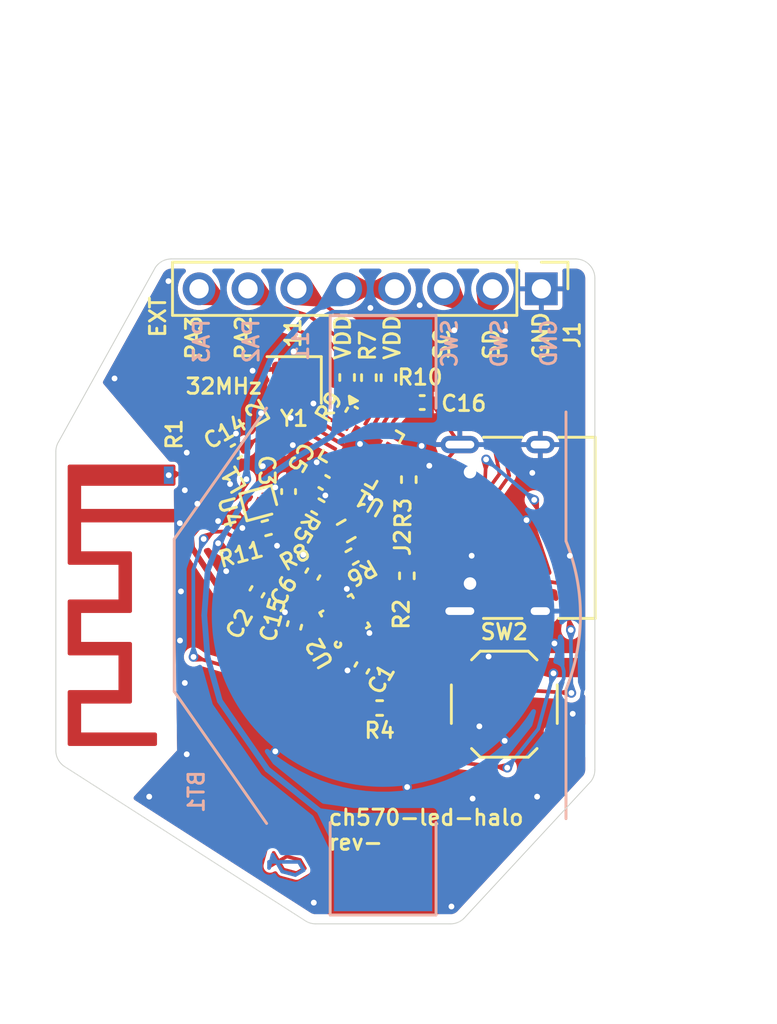
<source format=kicad_pcb>
(kicad_pcb (version 20241229) (generator "pcbnew") (generator_version "9.0")
  (layers (0 "F.Cu" signal) (2 "B.Cu" signal) (13 "F.Paste" user) (15 "B.Paste" user) (5 "F.SilkS" user "F.Silkscreen") (7 "B.SilkS" user "B.Silkscreen") (1 "F.Mask" user) (3 "B.Mask" user) (25 "Edge.Cuts" user))
  (net 0 "")
  (net 1 "+BATT")
  (net 2 "GND")
  (net 3 "+5V")
  (net 4 "VDD")
  (net 5 "Net-(U2-VDD)")
  (net 6 "VMEASURE")
  (net 7 "PA11")
  (net 8 "SWD")
  (net 9 "SWCLK")
  (net 10 "Net-(U1-ANT)")
  (net 11 "SCL")
  (net 12 "SDA")
  (net 13 "PWRINT")
  (net 14 "Net-(J1-Pin_8)")
  (net 15 "Net-(J1-Pin_7)")
  (net 16 "Net-(J1-Pin_6)")
  (net 21 "Net-(U1-XI)")
  (net 22 "Net-(U1-XO)")
  (net 23 "Net-(U2-SDA)")
  (net 24 "Net-(J2-CC1)")
  (net 25 "Net-(J2-CC2)")
  (net 28 "Net-(C14-Pad1)")
  (net 29 "PA2")
  (net 30 "PA3")
  (net 32 "Net-(J1-Pin_4)")
  (footprint "Capacitor_SMD:C_0402_1005Metric" (layer "F.Cu") (at 119.895767 81.513644 75)
    (property "Reference" "C15")
    (property "Value" "1u")
  )
  (footprint "Resistor_SMD:R_0402_1005Metric" (layer "F.Cu") (at 122.63 68.65 -90)
    (property "Reference" "R9")
    (property "Value" "10")
  )
  (footprint "Package_DFN_QFN:QFN-20-1EP_3x3mm_P0.4mm_EP1.65x1.65mm" (layer "F.Cu") (at 123.37218 72.224263 -30)
    (property "Reference" "U1")
    (property "Value" "CH572D")
  )
  (footprint "Inductor_SMD:L_0402_1005Metric" (layer "F.Cu") (at 115.367416 73.88241 -60)
    (property "Reference" "L1")
    (property "Value" "L")
  )
  (footprint "cnhardware:USB_C_MOD_Receptacle_HRO_TYPE-C-31-M-12" (layer "F.Cu") (at 131.615 76.452108 90)
    (property "Reference" "J2")
    (property "Value" "USB_C_Receptacle_USB2.0_16P")
  )
  (footprint "Inductor_SMD:L_0402_1005Metric" (layer "F.Cu") (at 118.798378 71.899767 -60)
    (property "Reference" "L2")
    (property "Value" "L")
  )
  (footprint "Button_Switch_SMD:SW_SPST_TL3342" (layer "F.Cu") (at 130.795 85.602108)
    (property "Reference" "SW2")
    (property "Value" "TS-1187A-B-A-B")
  )
  (footprint "Resistor_SMD:R_0402_1005Metric" (layer "F.Cu") (at 124.32 85.8 180)
    (property "Reference" "R4")
    (property "Value" "5.1k")
  )
  (footprint "cnhardware:xdfn-reg" (layer "F.Cu") (at 118.073211 75.166077 105)
    (property "Reference" "U4")
    (property "Value" "MG6229D4-28")
  )
  (footprint "Capacitor_SMD:C_0402_1005Metric" (layer "F.Cu") (at 117.95 79.77 -120)
    (property "Reference" "C2")
    (property "Value" "4.7u")
  )
  (footprint "Resistor_SMD:R_0402_1005Metric" (layer "F.Cu") (at 118.452622 76.458003 -165)
    (property "Reference" "R11")
    (property "Value" "0")
  )
  (footprint "Resistor_SMD:R_0402_1005Metric" (layer "F.Cu") (at 125.735 78.942108 -90)
    (property "Reference" "R2")
    (property "Value" "5.1k")
  )
  (footprint "Capacitor_SMD:C_0402_1005Metric" (layer "F.Cu") (at 119.59 74.57 90)
    (property "Reference" "C3")
    (property "Value" "4.7u")
  )
  (footprint "Capacitor_SMD:C_0402_1005Metric" (layer "F.Cu") (at 120.85 78.85 60)
    (property "Reference" "C6")
    (property "Value" "1u")
  )
  (footprint "Capacitor_SMD:C_0402_1005Metric" (layer "F.Cu") (at 116.875692 72.49 30)
    (property "Reference" "C14")
    (property "Value" "22pF")
  )
  (footprint "Resistor_SMD:R_0402_1005Metric" (layer "F.Cu") (at 121.11 75.35 150)
    (property "Reference" "R5")
    (property "Value" "5.1k")
  )
  (footprint "Resistor_SMD:R_0603_1608Metric" (layer "F.Cu") (at 122.585529 76.6125 -150)
    (property "Reference" "R8")
    (property "Value" "0")
  )
  (footprint "Capacitor_SMD:C_0402_1005Metric" (layer "F.Cu") (at 121.434308 74.1 -30)
    (property "Reference" "C5")
    (property "Value" "0.1u")
  )
  (footprint "Connector_PinHeader_2.54mm:PinHeader_1x08_P2.54mm_Vertical" (layer "F.Cu") (at 132.72 64.05 -90)
    (property "Reference" "J1")
    (property "Value" "EXT")
  )
  (footprint "Resistor_SMD:R_0402_1005Metric" (layer "F.Cu") (at 125.835 73.95 90)
    (property "Reference" "R3")
    (property "Value" "5.1k")
  )
  (footprint "Capacitor_SMD:C_0402_1005Metric" (layer "F.Cu") (at 123.4 83.72 -120)
    (property "Reference" "C1")
    (property "Value" "4.7u")
  )
  (footprint "Crystal:Crystal_SMD_2016-4Pin_2.0x1.6mm" (layer "F.Cu") (at 119.88 68.78 180)
    (property "Reference" "Y1")
    (property "Value" "32MHz")
  )
  (footprint "Resistor_SMD:R_0402_1005Metric" (layer "F.Cu") (at 123.76 68.66 -90)
    (property "Reference" "R7")
    (property "Value" "10")
  )
  (footprint "RF_Antenna:Texas_SWRA117D_2.4GHz_Left" (layer "F.Cu") (at 113.365 75.82 90)
    (property "Reference" "R1")
    (property "Value" "R")
  )
  (footprint "cnhardware:WLCSP-9-P0.5mm" (layer "F.Cu") (at 122.504378 81.204955 120)
    (property "Reference" "U2")
    (property "Value" "AW32001")
  )
  (footprint "Resistor_SMD:R_0402_1005Metric" (layer "F.Cu") (at 122.891673 77.945 30)
    (property "Reference" "R6")
    (property "Value" "5.1k")
  )
  (footprint "Resistor_SMD:R_0402_1005Metric" (layer "F.Cu") (at 124.78 68.66 -90)
    (property "Reference" "R10")
    (property "Value" "10")
  )
  (footprint "Capacitor_SMD:C_0402_1005Metric" (layer "F.Cu") (at 126.53 69.95)
    (property "Reference" "C16")
    (property "Value" "0.1u")
  )
  (footprint "Battery:BatteryHolder_Keystone_3002_1x2032" (layer "B.Cu") (at 124.5 80.99 90)
    (property "Reference" "BT1")
    (property "Value" "Battery")
  )
  (gr_arc (start 112.66795 62.9453) (mid 113.028142 62.618326) (end 113.5 62.5) (stroke (width 0.05)) (layer "Edge.Cuts"))
  (gr_arc (start 128.707107 96.707107) (mid 128.382684 96.92388) (end 128 97) (stroke (width 0.05)) (layer "Edge.Cuts"))
  (gr_line (start 128.707107 96.707106) (end 135.289352 89.613941) (stroke (width 0.05)) (layer "Edge.Cuts"))
  (gr_arc (start 135.5 89) (mid 135.445873 89.324537) (end 135.289352 89.613941) (stroke (width 0.05)) (layer "Edge.Cuts"))
  (gr_line (start 120.4453 96.83205) (end 107.9453 88.832049) (stroke (width 0.05)) (layer "Edge.Cuts"))
  (gr_line (start 107.652002 71.970001) (end 112.66795 62.945302) (stroke (width 0.05)) (layer "Edge.Cuts"))
  (gr_line (start 121 97) (end 128 97) (stroke (width 0.05)) (layer "Edge.Cuts"))
  (gr_arc (start 107.5 72.5) (mid 107.538751 72.224317) (end 107.652002 71.970001) (stroke (width 0.05)) (layer "Edge.Cuts"))
  (gr_line (start 135.5 89) (end 135.5 63.5) (stroke (width 0.05)) (layer "Edge.Cuts"))
  (gr_line (start 107.5 72.5) (end 107.5 88) (stroke (width 0.05)) (layer "Edge.Cuts"))
  (gr_arc (start 107.9453 88.83205) (mid 107.618326 88.471858) (end 107.5 88) (stroke (width 0.05)) (layer "Edge.Cuts"))
  (gr_line (start 134.5 62.5) (end 113.5 62.5) (stroke (width 0.05)) (layer "Edge.Cuts"))
  (gr_arc (start 121 97) (mid 120.710216 96.957092) (end 120.4453 96.83205) (stroke (width 0.05)) (layer "Edge.Cuts"))
  (gr_arc (start 134.5 62.5) (mid 135.207107 62.792893) (end 135.5 63.5) (stroke (width 0.05)) (layer "Edge.Cuts"))
  (gr_text "ch570-led-halo\nrev-" (at 121.59 93.24 0) (layer "F.SilkS") (effects (font (size 0.8 0.8) (thickness 0.15) (bold yes)) (justify left bottom)))
  (gr_text "PA3\n\nPA2\n\n 11\n\nVDD\n\nVDD\n\nSC\n\nSD\n\nGND\n" (at 133.17 67.81 90) (layer "F.SilkS") (effects (font (size 0.8 0.8)) (justify left bottom)))
  (gr_text "PA3\n\nPA2\n\n 11\n\n\n\n\n\nSWC\n\nSWD\n\nGND\n" (at 133.57 65.55 90) (layer "B.SilkS") (effects (font (size 0.8 0.8)) (justify left bottom mirror)))
  (segment (start 119.5 93.5) (end 118.633975 93.999999) (width 0.19) (layer "F.Cu") (net 0))
  (segment (start 120.433013 94.116025) (end 120.183013 93.683013) (width 0.19) (layer "F.Cu") (net 0))
  (segment (start 120.183013 93.683013) (end 119.5 93.5) (width 0.19) (layer "F.Cu") (net 0))
  (segment (start 119.316988 94.183013) (end 118.816987 93.316987) (width 0.19) (layer "F.Cu") (net 0))
  (segment (start 120.433013 94.116025) (end 120 94.366025) (width 0.19) (layer "F.Cu") (net 0))
  (segment (start 120 94.366025) (end 119.316988 94.183013) (width 0.19) (layer "F.Cu") (net 0))
  (segment (start 118.816987 93.316987) (end 118.633975 93.999999) (width 0.19) (layer "F.Cu") (net 0))
  (segment (start 118.575961 94.10048) (end 118.758974 93.417468) (width 0.19) (layer "B.Cu") (net 0))
  (segment (start 119.258974 94.283493) (end 119.941987 94.466505) (width 0.19) (layer "B.Cu") (net 0))
  (segment (start 118.575961 93.783493) (end 118.575961 94.10048) (width 0.19) (layer "B.Cu") (net 0))
  (segment (start 118.758974 93.417468) (end 119.258974 94.283493) (width 0.19) (layer "B.Cu") (net 0))
  (segment (start 120.375 94.216506) (end 120.124999 93.783493) (width 0.19) (layer "B.Cu") (net 0))
  (segment (start 120.124999 93.783493) (end 118.575961 93.783493) (width 0.19) (layer "B.Cu") (net 0))
  (segment (start 119.941987 94.466505) (end 120.375 94.216506) (width 0.19) (layer "B.Cu") (net 0))
  (segment (start 118.19 79.354308) (end 115.93 77.25) (width 0.3) (layer "F.Cu") (net 1))
  (segment (start 121.3 80.77) (end 119.18 79.758616) (width 0.3) (layer "F.Cu") (net 1))
  (segment (start 119.18 79.758616) (end 118.19 79.354308) (width 0.3) (layer "F.Cu") (net 1))
  (segment (start 121.3 80.77) (end 121.82021 81.018007) (width 0.3) (layer "F.Cu") (net 1))
  (via (at 115.93 77.25) (size 0.5) (drill 0.3) (layers "F.Cu" "B.Cu") (net 1))
  (segment (start 115.93 77.25) (end 115.39 78.65) (width 0.3) (layer "B.Cu") (net 1))
  (segment (start 118.49 88.98) (end 124.5 93.79) (width 0.3) (layer "B.Cu") (net 1))
  (segment (start 117.260896 75.000896) (end 117.957193 74.207194) (width 0.3) (layer "B.Cu") (net 1))
  (segment (start 117.260896 75.000896) (end 116.48 76.4) (width 0.3) (layer "B.Cu") (net 1))
  (segment (start 116.02 85.43) (end 118.49 88.98) (width 0.3) (layer "B.Cu") (net 1))
  (segment (start 115.38 83.15) (end 115.21 80.99) (width 0.3) (layer "B.Cu") (net 1))
  (segment (start 121.78 71.73) (end 124.5 68.19) (width 0.3) (layer "B.Cu") (net 1))
  (segment (start 119.99 72.8) (end 121.78 71.73) (width 0.3) (layer "B.Cu") (net 1))
  (segment (start 116.48 76.4) (end 115.93 77.25) (width 0.3) (layer "B.Cu") (net 1))
  (segment (start 117.957193 74.207194) (end 118.91 73.53) (width 0.3) (layer "B.Cu") (net 1))
  (segment (start 115.38 83.15) (end 116.02 85.43) (width 0.3) (layer "B.Cu") (net 1))
  (segment (start 118.91 73.53) (end 119.99 72.8) (width 0.3) (layer "B.Cu") (net 1))
  (segment (start 115.39 78.65) (end 115.21 80.99) (width 0.3) (layer "B.Cu") (net 1))
  (segment (start 119.040878 72.319789) (end 119.81 72.16) (width 0.19) (layer "F.Cu") (net 2))
  (segment (start 121.85 74.34) (end 121.5 74.77) (width 0.19) (layer "F.Cu") (net 2))
  (segment (start 124.44359 71.168526) (end 125.42 69.53) (width 0.19) (layer "F.Cu") (net 2))
  (segment (start 116 74.85) (end 115.53 75.06) (width 0.19) (layer "F.Cu") (net 2))
  (segment (start 123.16 84.135692) (end 122.65 83.85) (width 0.19) (layer "F.Cu") (net 2))
  (segment (start 126.07 68.83) (end 126.55 68.67) (width 0.19) (layer "F.Cu") (net 2))
  (segment (start 120.42 70.97) (end 119.7 70.75) (width 0.19) (layer "F.Cu") (net 2))
  (segment (start 118.7 80.59) (end 117.71 80.185692) (width 0.19) (layer "F.Cu") (net 2))
  (segment (start 126.55 68.67) (end 127 68.83) (width 0.19) (layer "F.Cu") (net 2))
  (segment (start 118.475247 74.696005) (end 118.9 74.26) (width 0.19) (layer "F.Cu") (net 2))
  (segment (start 127.57 79.702108) (end 126.455 79.722108) (width 0.19) (layer "F.Cu") (net 2))
  (segment (start 121.916443 71.845673) (end 120.42 70.97) (width 0.19) (layer "F.Cu") (net 2))
  (segment (start 127.57 73.202108) (end 128.484999 72.132108) (width 0.19) (layer "F.Cu") (net 2))
  (segment (start 126.125 79.642108) (end 125.735 79.452108) (width 0.19) (layer "F.Cu") (net 2))
  (segment (start 120.88 70) (end 120.58 69.33) (width 0.19) (layer "F.Cu") (net 2))
  (segment (start 123.37218 72.224263) (end 123.3 72.1) (width 0.19) (layer "F.Cu") (net 2))
  (segment (start 116.55 74.18) (end 116 74.85) (width 0.19) (layer "F.Cu") (net 2))
  (segment (start 122.687391 80.521942) (end 122.614743 79.62) (width 0.3) (layer "F.Cu") (net 2))
  (segment (start 127.645 87.502108) (end 130.815 87.502108) (width 0.19) (layer "F.Cu") (net 2))
  (segment (start 119.81 72.16) (end 119.75 73.94) (width 0.19) (layer "F.Cu") (net 2))
  (segment (start 119.4 80.82886) (end 118.7 80.59) (width 0.19) (layer "F.Cu") (net 2))
  (segment (start 125.42 69.53) (end 126.07 68.83) (width 0.19) (layer "F.Cu") (net 2))
  (segment (start 123.09 72.54) (end 123.37218 72.224263) (width 0.19) (layer "F.Cu") (net 2))
  (segment (start 130.815 87.502108) (end 133.945 87.502108) (width 0.19) (layer "F.Cu") (net 2))
  (segment (start 120.09 81.064308) (end 119.4 80.82886) (width 0.19) (layer "F.Cu") (net 2))
  (segment (start 115.53 75.06) (end 114.85 75.2) (width 0.19) (layer "F.Cu") (net 2))
  (segment (start 115.609916 74.302432) (end 113.365 75.82) (width 0.19) (layer "F.Cu") (net 2))
  (segment (start 128.484999 72.132108) (end 127.01 69.95) (width 0.19) (layer "F.Cu") (net 2))
  (segment (start 126.455 79.722108) (end 126.125 79.642108) (width 0.19) (layer "F.Cu") (net 2))
  (segment (start 124.44359 71.168526) (end 123.75 72.36) (width 0.19) (layer "F.Cu") (net 2))
  (segment (start 127.57 79.702108) (end 128.484999 80.772108) (width 0.19) (layer "F.Cu") (net 2))
  (segment (start 119.040878 72.319789) (end 115.609916 74.302432) (width 0.19) (layer "F.Cu") (net 2))
  (segment (start 118.475247 74.696005) (end 118.073211 75.166077) (width 0.19) (layer "F.Cu") (net 2))
  (segment (start 127.01 69.95) (end 126.5 72.2) (width 0.19) (layer "F.Cu") (net 2))
  (segment (start 121.916443 71.845673) (end 123.09 72.54) (width 0.19) (layer "F.Cu") (net 2))
  (segment (start 127 68.83) (end 127.01 69.95) (width 0.19) (layer "F.Cu") (net 2))
  (segment (start 120.58 69.33) (end 119.18 68.23) (width 0.19) (layer "F.Cu") (net 2))
  (segment (start 127.57 73.202108) (end 125.835 73.382108) (width 0.19) (layer "F.Cu") (net 2))
  (segment (start 118.9 74.26) (end 119.75 73.94) (width 0.19) (layer "F.Cu") (net 2))
  (segment (start 122.614743 79.62) (end 122.557391 78.907968) (width 0.19) (layer "F.Cu") (net 2))
  (via (at 118.16 70.5) (size 0.5) (drill 0.3) (layers "F.Cu" "B.Cu") (net 2))
  (via (at 110.55 68.7) (size 0.5) (drill 0.3) (layers "F.Cu" "B.Cu") (net 2))
  (via (at 114.2 74.5) (size 0.5) (drill 0.3) (layers "F.Cu" "B.Cu") (net 2))
  (via (at 120.88 70) (size 0.5) (drill 0.3) (layers "F.Cu" "B.Cu") (net 2))
  (via (at 112.35 90.4) (size 0.5) (drill 0.3) (layers "F.Cu" "B.Cu") (net 2))
  (via (at 126.9 73.23) (size 0.5) (drill 0.3) (layers "F.Cu" "B.Cu") (net 2))
  (via (at 113.94 76.21) (size 0.5) (drill 0.3) (layers "F.Cu" "B.Cu") (net 2))
  (via (at 118.25 73.25) (size 0.5) (drill 0.3) (layers "F.Cu" "B.Cu") (net 2))
  (via (at 125.75 89.9) (size 0.5) (drill 0.3) (layers "F.Cu" "B.Cu") (net 2))
  (via (at 126.4 64.9) (size 0.5) (drill 0.3) (layers "F.Cu" "B.Cu") (net 2))
  (via (at 113.95 82.3) (size 0.5) (drill 0.3) (layers "F.Cu" "B.Cu") (net 2))
  (via (at 129.5 86.75) (size 0.5) (drill 0.3) (layers "F.Cu" "B.Cu") (net 2))
  (via (at 130.815 87.502108) (size 0.5) (drill 0.3) (layers "F.Cu" "B.Cu") (net 2))
  (via (at 126.5 72.2) (size 0.5) (drill 0.3) (layers "F.Cu" "B.Cu") (net 2))
  (via (at 115.93 76.1) (size 0.5) (drill 0.3) (layers "F.Cu" "B.Cu") (net 2))
  (via (at 134.35 86.1) (size 0.5) (drill 0.3) (layers "F.Cu" "B.Cu") (net 2))
  (via (at 128.2 66.2) (size 0.5) (drill 0.3) (layers "F.Cu" "B.Cu") (net 2))
  (via (at 122.65 83.85) (size 0.5) (drill 0.3) (layers "F.Cu" "B.Cu") (net 2))
  (via (at 121.5 74.77) (size 0.5) (drill 0.3) (layers "F.Cu" "B.Cu") (net 2))
  (via (at 114 79.75) (size 0.5) (drill 0.3) (layers "F.Cu" "B.Cu") (net 2))
  (via (at 116.55 74.18) (size 0.5) (drill 0.3) (layers "F.Cu" "B.Cu") (net 2))
  (via (at 114.3 88.2) (size 0.5) (drill 0.3) (layers "F.Cu" "B.Cu") (net 2))
  (via (at 118.9 88.05) (size 0.5) (drill 0.3) (layers "F.Cu" "B.Cu") (net 2))
  (via (at 118.99 77.38) (size 0.5) (drill 0.3) (layers "F.Cu" "B.Cu") (net 2))
  (via (at 120.35 77.85) (size 0.5) (drill 0.3) (layers "F.Cu" "B.Cu") (net 2))
  (via (at 129.1 77.9) (size 0.5) (drill 0.3) (layers "F.Cu" "B.Cu") (net 2))
  (via (at 117.19 76.46) (size 0.5) (drill 0.3) (layers "F.Cu" "B.Cu") (net 2))
  (via (at 119.4 80.82886) (size 0.5) (drill 0.3) (layers "F.Cu" "B.Cu") (net 2))
  (via (at 123.79 81.91) (size 0.5) (drill 0.3) (layers "F.Cu" "B.Cu") (net 2))
  (via (at 134.2 77.9) (size 0.5) (drill 0.3) (layers "F.Cu" "B.Cu") (net 2))
  (via (at 119.81 72.16) (size 0.5) (drill 0.3) (layers "F.Cu" "B.Cu") (net 2))
  (via (at 129.15 90.5) (size 0.5) (drill 0.3) (layers "F.Cu" "B.Cu") (net 2))
  (via (at 114.3 72.55) (size 0.5) (drill 0.3) (layers "F.Cu" "B.Cu") (net 2))
  (via (at 131.95 76.05) (size 0.5) (drill 0.3) (layers "F.Cu" "B.Cu") (net 2))
  (via (at 117.72 68.3) (size 0.5) (drill 0.3) (layers "F.Cu" "B.Cu") (net 2))
  (via (at 123.84 65.04) (size 0.5) (drill 0.3) (layers "F.Cu" "B.Cu") (net 2))
  (via (at 116.86 71.56) (size 0.5) (drill 0.3) (layers "F.Cu" "B.Cu") (net 2))
  (via (at 123.3 72.1) (size 0.5) (drill 0.3) (layers "F.Cu" "B.Cu") (net 2))
  (via (at 118.9 74.35) (size 0.5) (drill 0.3) (layers "F.Cu" "B.Cu") (net 2))
  (via (at 129.98 83.13) (size 0.5) (drill 0.3) (layers "F.Cu" "B.Cu") (net 2))
  (via (at 128.05 96.1) (size 0.5) (drill 0.3) (layers "F.Cu" "B.Cu") (net 2))
  (via (at 116.35 78.7) (size 0.5) (drill 0.3) (layers "F.Cu" "B.Cu") (net 2))
  (via (at 132.25 73.6) (size 0.5) (drill 0.3) (layers "F.Cu" "B.Cu") (net 2))
  (via (at 132.5 90.4) (size 0.5) (drill 0.3) (layers "F.Cu" "B.Cu") (net 2))
  (via (at 113.35 63.65) (size 0.5) (drill 0.3) (layers "F.Cu" "B.Cu") (net 2))
  (via (at 114.2 84.5) (size 0.5) (drill 0.3) (layers "F.Cu" "B.Cu") (net 2))
  (via (at 120.9 95.9) (size 0.5) (drill 0.3) (layers "F.Cu" "B.Cu") (net 2))
  (via (at 133.4 82.45) (size 0.5) (drill 0.3) (layers "F.Cu" "B.Cu") (net 2))
  (via (at 130.85 66.25) (size 0.5) (drill 0.3) (layers "F.Cu" "B.Cu") (net 2))
  (via (at 122.614743 79.62) (size 0.5) (drill 0.3) (layers "F.Cu" "B.Cu") (net 2))
  (via (at 123.85 74.9) (size 0.5) (drill 0.3) (layers "F.Cu" "B.Cu") (net 2))
  (via (at 119.7 70.75) (size 0.5) (drill 0.3) (layers "F.Cu" "B.Cu") (net 2))
  (via (at 119.85 67.3) (size 0.5) (drill 0.3) (layers "F.Cu" "B.Cu") (net 2))
  (via (at 121.05 73.05) (size 0.5) (drill 0.3) (layers "F.Cu" "B.Cu") (net 2))
  (via (at 114.85 75.2) (size 0.5) (drill 0.3) (layers "F.Cu" "B.Cu") (net 2))
  (segment (start 119.81 72.16) (end 120.88 70) (width 0.19) (layer "B.Cu") (net 2))
  (segment (start 125.23 65.26) (end 123.84 65.251726) (width 0.19) (layer "B.Cu") (net 2))
  (segment (start 122.614743 79.62) (end 119.4 80.82886) (width 0.19) (layer "B.Cu") (net 2))
  (segment (start 123.84 65.251726) (end 121.87 65.24) (width 0.19) (layer "B.Cu") (net 2))
  (segment (start 121.87 65.24) (end 121.51 65.41) (width 0.19) (layer "B.Cu") (net 2))
  (segment (start 122.65 83.85) (end 122.614743 79.62) (width 0.19) (layer "B.Cu") (net 2))
  (segment (start 123.3 72.1) (end 123.25 71.75) (width 0.19) (layer "B.Cu") (net 2))
  (segment (start 134.88 84.79) (end 134.905 81.15) (width 0.19) (layer "B.Cu") (net 2))
  (segment (start 132.665 80.772108) (end 128.484999 80.772108) (width 0.19) (layer "B.Cu") (net 2))
  (segment (start 133.64 85.13) (end 134.35 86.1) (width 0.19) (layer "B.Cu") (net 2))
  (segment (start 121.51 65.41) (end 119.85 67.3) (width 0.19) (layer "B.Cu") (net 2))
  (segment (start 134.79 85.44) (end 134.88 84.79) (width 0.19) (layer "B.Cu") (net 2))
  (segment (start 123.84 65.251726) (end 123.84 65.04) (width 0.19) (layer "B.Cu") (net 2))
  (segment (start 130.619999 80.89) (end 122.614743 79.62) (width 0.19) (layer "B.Cu") (net 2))
  (segment (start 123.3 72.1) (end 124.5 80.99) (width 0.19) (layer "B.Cu") (net 2))
  (segment (start 134.35 86.1) (end 134.79 85.44) (width 0.19) (layer "B.Cu") (net 2))
  (segment (start 132.665 72.132108) (end 132.72 64.05) (width 0.19) (layer "B.Cu") (net 2))
  (segment (start 133.89 83.9) (end 133.88 84.26) (width 0.19) (layer "B.Cu") (net 2))
  (segment (start 132.665 72.132108) (end 128.484999 72.132108) (width 0.19) (layer "B.Cu") (net 2))
  (segment (start 126.5 72.2) (end 124.5 80.99) (width 0.19) (layer "B.Cu") (net 2))
  (segment (start 126.4 64.9) (end 125.23 65.26) (width 0.19) (layer "B.Cu") (net 2))
  (segment (start 133.4 82.45) (end 133.78 83.47) (width 0.19) (layer "B.Cu") (net 2))
  (segment (start 121.5 74.77) (end 124.5 80.99) (width 0.19) (layer "B.Cu") (net 2))
  (segment (start 115.93 76.1) (end 116.55 74.18) (width 0.19) (layer "B.Cu") (net 2))
  (segment (start 133.88 84.26) (end 133.7 84.75) (width 0.19) (layer "B.Cu") (net 2))
  (segment (start 133.78 83.47) (end 133.89 83.9) (width 0.19) (layer "B.Cu") (net 2))
  (segment (start 119.75 73.94) (end 121.5 74.77) (width 0.19) (layer "B.Cu") (net 2))
  (segment (start 133.7 84.75) (end 133.64 85.13) (width 0.19) (layer "B.Cu") (net 2))
  (segment (start 134.905 81.15) (end 134.2 77.9) (width 0.19) (layer "B.Cu") (net 2))
  (segment (start 126.9 73.23) (end 123.3 72.1) (width 0.19) (layer "B.Cu") (net 2))
  (segment (start 122.26 82.29) (end 122.321365 81.887968) (width 0.19) (layer "F.Cu") (net 3))
  (segment (start 127.57 74.002108) (end 128.575 74.292108) (width 0.19) (layer "F.Cu") (net 3))
  (segment (start 133.815 79.352108) (end 132.35 75) (width 0.19) (layer "F.Cu") (net 3))
  (segment (start 128.575 74.292108) (end 129.215 74.432108) (width 0.19) (layer "F.Cu") (net 3))
  (segment (start 134.25 81.75) (end 133.815 79.352108) (width 0.19) (layer "F.Cu") (net 3))
  (segment (start 126.835 84.582108) (end 125.845 84.122108) (width 0.19) (layer "F.Cu") (net 3))
  (segment (start 127.57 78.902108) (end 128.645 78.722108) (width 0.19) (layer "F.Cu") (net 3))
  (segment (start 134.28 85.02) (end 126.835 84.582108) (width 0.19) (layer "F.Cu") (net 3))
  (segment (start 128.645 78.722108) (end 129.095 78.642108) (width 0.19) (layer "F.Cu") (net 3))
  (segment (start 129.85 72.9) (end 129.8 73.9) (width 0.19) (layer "F.Cu") (net 3))
  (segment (start 125.845 84.122108) (end 124.735 84.122108) (width 0.19) (layer "F.Cu") (net 3))
  (segment (start 129.095 78.642108) (end 133.815 79.352108) (width 0.19) (layer "F.Cu") (net 3))
  (segment (start 124.735 84.122108) (end 123.64 83.304308) (width 0.19) (layer "F.Cu") (net 3))
  (segment (start 122.48 82.64) (end 122.26 82.29) (width 0.19) (layer "F.Cu") (net 3))
  (segment (start 129.8 73.9) (end 129.215 74.432108) (width 0.19) (layer "F.Cu") (net 3))
  (segment (start 123.45 83.19) (end 122.48 82.64) (width 0.19) (layer "F.Cu") (net 3))
  (via (at 132.35 75) (size 0.5) (drill 0.3) (layers "F.Cu" "B.Cu") (net 3))
  (via (at 134.28 85.02) (size 0.5) (drill 0.3) (layers "F.Cu" "B.Cu") (net 3))
  (via (at 129.85 72.9) (size 0.5) (drill 0.3) (layers "F.Cu" "B.Cu") (net 3))
  (via (at 134.25 81.75) (size 0.5) (drill 0.3) (layers "F.Cu" "B.Cu") (net 3))
  (segment (start 132.35 75) (end 129.85 72.9) (width 0.19) (layer "B.Cu") (net 3))
  (segment (start 134.25 81.75) (end 134.28 85.02) (width 0.19) (layer "B.Cu") (net 3))
  (segment (start 120.668327 75.095) (end 121.018616 73.86) (width 0.3) (layer "F.Cu") (net 4))
  (segment (start 120.668327 75.095) (end 120.563157 75.64) (width 0.3) (layer "F.Cu") (net 4))
  (segment (start 119.73 75.19) (end 120.668327 75.095) (width 0.3) (layer "F.Cu") (net 4))
  (segment (start 121.05 77.1) (end 120.54 75.76) (width 0.19) (layer "F.Cu") (net 4))
  (segment (start 121.05 77.1) (end 121.55 77.85) (width 0.19) (layer "F.Cu") (net 4))
  (segment (start 118.656422 75.372154) (end 119.49 75.230721) (width 0.3) (layer "F.Cu") (net 4))
  (segment (start 120.54 75.76) (end 120.563157 75.64) (width 0.19) (layer "F.Cu") (net 4))
  (segment (start 118.945244 76.326006) (end 118.656422 75.372154) (width 0.19) (layer "F.Cu") (net 4))
  (segment (start 121.71 73.69) (end 121.018616 73.86) (width 0.19) (layer "F.Cu") (net 4))
  (segment (start 122.05 73.69) (end 121.71 73.69) (width 0.19) (layer "F.Cu") (net 4))
  (segment (start 122.45 78.2) (end 121.55 77.85) (width 0.19) (layer "F.Cu") (net 4))
  (segment (start 122.30077 73.28) (end 121.95436 73.08) (width 0.19) (layer "F.Cu") (net 4))
  (segment (start 122.30077 73.28) (end 122.05 73.69) (width 0.19) (layer "F.Cu") (net 4))
  (segment (start 121.018616 73.86) (end 121.68 73.56) (width 0.19) (layer "F.Cu") (net 4))
  (segment (start 121.68 73.56) (end 121.95436 73.08) (width 0.19) (layer "F.Cu") (net 4))
  (segment (start 119.49 75.230721) (end 119.73 75.19) (width 0.3) (layer "F.Cu") (net 4))
  (segment (start 123.81 85.8) (end 114.65 83.15) (width 0.19) (layer "F.Cu") (net 5))
  (segment (start 115.71 76.66) (end 116.25 76.64) (width 0.19) (layer "F.Cu") (net 5))
  (segment (start 116.25 76.64) (end 120.61 79.265692) (width 0.19) (layer "F.Cu") (net 5))
  (segment (start 120.61 79.265692) (end 122.254378 80.771942) (width 0.19) (layer "F.Cu") (net 5))
  (segment (start 115.18 77.03) (end 115.71 76.66) (width 0.19) (layer "F.Cu") (net 5))
  (via (at 114.65 83.15) (size 0.5) (drill 0.3) (layers "F.Cu" "B.Cu") (net 5))
  (via (at 115.18 77.03) (size 0.5) (drill 0.3) (layers "F.Cu" "B.Cu") (net 5))
  (segment (start 115.18 77.03) (end 114.64 78.63) (width 0.19) (layer "B.Cu") (net 5))
  (segment (start 114.64 78.63) (end 114.65 83.15) (width 0.19) (layer "B.Cu") (net 5))
  (segment (start 124.79 71.368526) (end 125.06 70.9) (width 0.19) (layer "F.Cu") (net 6))
  (segment (start 125.6 70.3) (end 126.05 69.95) (width 0.19) (layer "F.Cu") (net 6))
  (segment (start 125.06 70.9) (end 125.6 70.3) (width 0.19) (layer "F.Cu") (net 6))
  (segment (start 124.09718 70.968526) (end 124.65 70.01) (width 0.19) (layer "F.Cu") (net 7))
  (segment (start 124.65 70.01) (end 124.78 69.17) (width 0.19) (layer "F.Cu") (net 7))
  (segment (start 129.58 65.36) (end 130.555 71.512108) (width 0.19) (layer "F.Cu") (net 8))
  (segment (start 128.905 77.022108) (end 129.335 76.172108) (width 0.19) (layer "F.Cu") (net 8))
  (segment (start 127.57 77.202108) (end 128.575 77.212108) (width 0.19) (layer "F.Cu") (net 8))
  (segment (start 125.825 76.792108) (end 125.582401 75.646295) (width 0.19) (layer "F.Cu") (net 8))
  (segment (start 127.57 77.202108) (end 126.495 77.182108) (width 0.19) (layer "F.Cu") (net 8))
  (segment (start 131.05 73.75) (end 129.335 76.172108) (width 0.19) (layer "F.Cu") (net 8))
  (segment (start 124.835187 74.85) (end 124.72 74.11) (width 0.19) (layer "F.Cu") (net 8))
  (segment (start 128.575 77.212108) (end 128.905 77.022108) (width 0.19) (layer "F.Cu") (net 8))
  (segment (start 129.335 76.172108) (end 127.57 76.202108) (width 0.19) (layer "F.Cu") (net 8))
  (segment (start 126.495 77.182108) (end 125.825 76.792108) (width 0.19) (layer "F.Cu") (net 8))
  (segment (start 124.631595 73.86382) (end 124.227917 73.642083) (width 0.19) (layer "F.Cu") (net 8))
  (segment (start 124.72 74.11) (end 124.631595 73.86382) (width 0.19) (layer "F.Cu") (net 8))
  (segment (start 130.555 71.512108) (end 131.05 73.75) (width 0.19) (layer "F.Cu") (net 8))
  (segment (start 125.582401 75.646295) (end 125.05 75.2) (width 0.19) (layer "F.Cu") (net 8))
  (segment (start 130.18 64.05) (end 129.58 65.36) (width 0.19) (layer "F.Cu") (net 8))
  (segment (start 125.05 75.2) (end 124.835187 74.85) (width 0.19) (layer "F.Cu") (net 8))
  (segment (start 126.635 76.692108) (end 126.195 76.502108) (width 0.19) (layer "F.Cu") (net 9))
  (segment (start 127.57 75.702108) (end 128.725 75.692108) (width 0.19) (layer "F.Cu") (net 9))
  (segment (start 125.39 74.96) (end 126.042472 75.484636) (width 0.19) (layer "F.Cu") (net 9))
  (segment (start 125.07 73.91) (end 125.22 74.75) (width 0.19) (layer "F.Cu") (net 9))
  (segment (start 127.57 76.702108) (end 126.635 76.692108) (width 0.19) (layer "F.Cu") (net 9))
  (segment (start 129.285 75.372108) (end 130.55 73.65) (width 0.19) (layer "F.Cu") (net 9))
  (segment (start 126.042472 75.484636) (end 126.425 75.722108) (width 0.19) (layer "F.Cu") (net 9))
  (segment (start 130.55 73.65) (end 130.167588 71.731536) (width 0.19) (layer "F.Cu") (net 9))
  (segment (start 130.167588 71.731536) (end 129.16 65.48) (width 0.19) (layer "F.Cu") (net 9))
  (segment (start 124.92 73.58) (end 125.07 73.91) (width 0.19) (layer "F.Cu") (net 9))
  (segment (start 124.427917 73.295673) (end 124.92 73.58) (width 0.19) (layer "F.Cu") (net 9))
  (segment (start 129.16 65.48) (end 127.64 64.05) (width 0.19) (layer "F.Cu") (net 9))
  (segment (start 125.22 74.75) (end 125.39 74.96) (width 0.19) (layer "F.Cu") (net 9))
  (segment (start 127.57 75.702108) (end 126.425 75.722108) (width 0.19) (layer "F.Cu") (net 9))
  (segment (start 128.725 75.692108) (end 129.285 75.372108) (width 0.19) (layer "F.Cu") (net 9))
  (segment (start 126.195 76.502108) (end 126.042472 75.484636) (width 0.19) (layer "F.Cu") (net 9))
  (segment (start 121.716443 72.192083) (end 120.73 71.62) (width 0.19) (layer "F.Cu") (net 10))
  (segment (start 119.385 71.409956) (end 118.555878 71.479745) (width 0.19) (layer "F.Cu") (net 10))
  (segment (start 120.73 71.62) (end 119.385 71.409956) (width 0.19) (layer "F.Cu") (net 10))
  (segment (start 118.555878 71.479745) (end 117.291384 72.25) (width 0.19) (layer "F.Cu") (net 10))
  (segment (start 123.37 80.63) (end 123.9 79.85) (width 0.19) (layer "F.Cu") (net 11))
  (segment (start 123.9 79.85) (end 123.99 78.83) (width 0.19) (layer "F.Cu") (net 11))
  (segment (start 122.937391 80.954955) (end 123.37 80.63) (width 0.19) (layer "F.Cu") (net 11))
  (segment (start 123.34 73.88) (end 122.16 75.92) (width 0.19) (layer "F.Cu") (net 11))
  (segment (start 123.99 78.83) (end 122.16 75.92) (width 0.19) (layer "F.Cu") (net 11))
  (segment (start 121.551673 75.605) (end 122.04 75.32) (width 0.19) (layer "F.Cu") (net 12))
  (segment (start 122.04 75.32) (end 122.99359 73.68) (width 0.19) (layer "F.Cu") (net 12))
  (segment (start 121.551673 75.605) (end 121.871058 77.025) (width 0.19) (layer "F.Cu") (net 12))
  (segment (start 122.504378 81.204955) (end 122.754378 81.637968) (width 0.19) (layer "F.Cu") (net 13))
  (segment (start 130.95 88.9) (end 126.6 88.43) (width 0.19) (layer "F.Cu") (net 13))
  (segment (start 123 82.07) (end 123.41 82.44) (width 0.19) (layer "F.Cu") (net 13))
  (segment (start 127.645 83.702108) (end 133.35 84) (width 0.19) (layer "F.Cu") (net 13))
  (segment (start 122.754378 81.637968) (end 123 82.07) (width 0.19) (layer "F.Cu") (net 13))
  (segment (start 125.82 83.191158) (end 127.645 83.702108) (width 0.19) (layer "F.Cu") (net 13))
  (segment (start 126.6 88.43) (end 124.83 85.8) (width 0.19) (layer "F.Cu") (net 13))
  (segment (start 124.28 82.76) (end 125.82 83.191158) (width 0.19) (layer "F.Cu") (net 13))
  (segment (start 123.41 82.44) (end 124.28 82.76) (width 0.19) (layer "F.Cu") (net 13))
  (via (at 133.35 84) (size 0.5) (drill 0.3) (layers "F.Cu" "B.Cu") (net 13))
  (via (at 130.95 88.9) (size 0.5) (drill 0.3) (layers "F.Cu" "B.Cu") (net 13))
  (segment (start 132.56 86.88) (end 130.95 88.9) (width 0.19) (layer "B.Cu") (net 13))
  (segment (start 133.35 84) (end 132.56 86.88) (width 0.19) (layer "B.Cu") (net 13))
  (segment (start 121.7 66.77) (end 117.29 65.28) (width 0.19) (layer "F.Cu") (net 14))
  (segment (start 117.29 65.28) (end 114.94 64.05) (width 0.19) (layer "F.Cu") (net 14))
  (segment (start 122.63 68.14) (end 121.7 66.77) (width 0.19) (layer "F.Cu") (net 14))
  (segment (start 119.16 64.97) (end 117.48 64.05) (width 0.19) (layer "F.Cu") (net 15))
  (segment (start 120.67 65.46) (end 119.16 64.97) (width 0.19) (layer "F.Cu") (net 15))
  (segment (start 122.03 66.48) (end 123.76 68.15) (width 0.19) (layer "F.Cu") (net 15))
  (segment (start 122.03 66.48) (end 120.67 65.46) (width 0.19) (layer "F.Cu") (net 15))
  (segment (start 121.6 64.99) (end 120.02 64.05) (width 0.19) (layer "F.Cu") (net 16))
  (segment (start 124.78 68.15) (end 124.04 66.75) (width 0.19) (layer "F.Cu") (net 16))
  (segment (start 124.04 66.75) (end 121.6 64.99) (width 0.19) (layer "F.Cu") (net 16))
  (segment (start 119.18 69.33) (end 120.74 70.63) (width 0.19) (layer "F.Cu") (net 21))
  (segment (start 121.23 70.97) (end 122.116443 71.499263) (width 0.19) (layer "F.Cu") (net 21))
  (segment (start 120.74 70.63) (end 121.23 70.97) (width 0.19) (layer "F.Cu") (net 21))
  (segment (start 121.45 68.89) (end 121.19 68.44) (width 0.19) (layer "F.Cu") (net 22))
  (segment (start 122.316443 71.152853) (end 121.6 70.73) (width 0.19) (layer "F.Cu") (net 22))
  (segment (start 121.19 68.44) (end 120.58 68.23) (width 0.19) (layer "F.Cu") (net 22))
  (segment (start 121.6 70.73) (end 121.43 70.43) (width 0.19) (layer "F.Cu") (net 22))
  (segment (start 121.43 70.43) (end 121.45 68.89) (width 0.19) (layer "F.Cu") (net 22))
  (segment (start 123.3 76.2) (end 123.84 77.25) (width 0.19) (layer "F.Cu") (net 23))
  (segment (start 123.8 80.77) (end 124.31 79.95) (width 0.19) (layer "F.Cu") (net 23))
  (segment (start 124.43 78.73) (end 123.84 77.25) (width 0.19) (layer "F.Cu") (net 23))
  (segment (start 124.31 79.95) (end 124.43 78.73) (width 0.19) (layer "F.Cu") (net 23))
  (segment (start 123.187391 81.387968) (end 123.8 80.77) (width 0.19) (layer "F.Cu") (net 23))
  (segment (start 126.445 77.672108) (end 126.045 77.902108) (width 0.19) (layer "F.Cu") (net 24))
  (segment (start 127.57 77.702108) (end 126.445 77.672108) (width 0.19) (layer "F.Cu") (net 24))
  (segment (start 126.045 77.902108) (end 125.735 78.432108) (width 0.19) (layer "F.Cu") (net 24))
  (segment (start 127.57 74.702109) (end 126.575 74.702108) (width 0.19) (layer "F.Cu") (net 25))
  (segment (start 126.575 74.702108) (end 125.835 74.402108) (width 0.19) (layer "F.Cu") (net 25))
  (segment (start 115.124916 73.462388) (end 113.365 73.72) (width 0.19) (layer "F.Cu") (net 28))
  (segment (start 116.46 72.73) (end 115.124916 73.462388) (width 0.19) (layer "F.Cu") (net 28))
  (segment (start 123.78 69.88) (end 123.40436 70.568526) (width 0.19) (layer "F.Cu") (net 29))
  (segment (start 123.76 69.17) (end 123.78 69.88) (width 0.19) (layer "F.Cu") (net 29))
  (segment (start 122.15 69.67) (end 122.63 69.16) (width 0.19) (layer "F.Cu") (net 30))
  (segment (start 122.516443 70.806443) (end 122.13 70.57) (width 0.19) (layer "F.Cu") (net 30))
  (segment (start 122.13 70.57) (end 122 70.36) (width 0.19) (layer "F.Cu") (net 30))
  (segment (start 122 70.36) (end 122.15 69.67) (width 0.19) (layer "F.Cu") (net 30))
  (segment (start 117.34 75.26) (end 117.49 74.96) (width 0.19) (layer "F.Cu") (net 32))
  (segment (start 115.63 75.5) (end 116.35 75.23) (width 0.3) (layer "F.Cu") (net 32))
  (segment (start 117.671175 75.636149) (end 117.42 75.5) (width 0.19) (layer "F.Cu") (net 32))
  (segment (start 117.96 76.59) (end 117.671175 75.636149) (width 0.19) (layer "F.Cu") (net 32))
  (segment (start 116.35 75.23) (end 116.9 74.81) (width 0.3) (layer "F.Cu") (net 32))
  (segment (start 116.9 74.81) (end 117.1 74.59) (width 0.3) (layer "F.Cu") (net 32))
  (segment (start 122.56 64.05) (end 125.1 64.05) (width 0.19) (layer "F.Cu") (net 32))
  (segment (start 116.44 80.3) (end 114.580454 77.49) (width 0.3) (layer "F.Cu") (net 32))
  (segment (start 120.57 81.895692) (end 119.45 82.02) (width 0.3) (layer "F.Cu") (net 32))
  (segment (start 115.06 76.24) (end 115.63 75.5) (width 0.3) (layer "F.Cu") (net 32))
  (segment (start 117.1 74.59) (end 117.4 73.93) (width 0.3) (layer "F.Cu") (net 32))
  (segment (start 117.49 74.96) (end 117.1 74.59) (width 0.3) (layer "F.Cu") (net 32))
  (segment (start 117.42 75.5) (end 117.34 75.26) (width 0.19) (layer "F.Cu") (net 32))
  (segment (start 114.52 76.87) (end 115.06 76.24) (width 0.3) (layer "F.Cu") (net 32))
  (segment (start 122.071365 81.454955) (end 120.57 81.895692) (width 0.3) (layer "F.Cu") (net 32))
  (segment (start 114.580454 77.49) (end 114.52 76.87) (width 0.3) (layer "F.Cu") (net 32))
  (segment (start 119.45 82.02) (end 117.87 81.52) (width 0.3) (layer "F.Cu") (net 32))
  (segment (start 117.87 81.52) (end 116.44 80.3) (width 0.3) (layer "F.Cu") (net 32))
  (via (at 117.4 73.93) (size 0.5) (drill 0.3) (layers "F.Cu" "B.Cu") (net 32))
  (segment (start 118.69 67.64) (end 120.52 65.49) (width 0.3) (layer "B.Cu") (net 32))
  (segment (start 120.52 65.49) (end 122.56 64.05) (width 0.3) (layer "B.Cu") (net 32))
  (segment (start 117.4 73.93) (end 117.52 70.34) (width 0.3) (layer "B.Cu") (net 32))
  (segment (start 117.52 70.34) (end 118.69 67.64) (width 0.3) (layer "B.Cu") (net 32))
  (zone (net 2) (net_name "GND") (layers "F.Cu" "B.Cu") (connect_pads (clearance 0.25)) (min_thickness 0.25) (fill yes (thermal_gap 0.25) (thermal_bridge_width 0.25))
    (polygon (pts (xy 111 91) (xy 113.8 88) (xy 113.615 73.27) (xy 109.65 68.6) (xy 104.6 60.1) (xy 137.7 59.9) (xy 137.7 99.45) (xy 104.6 98.95)))
  )
)
</source>
